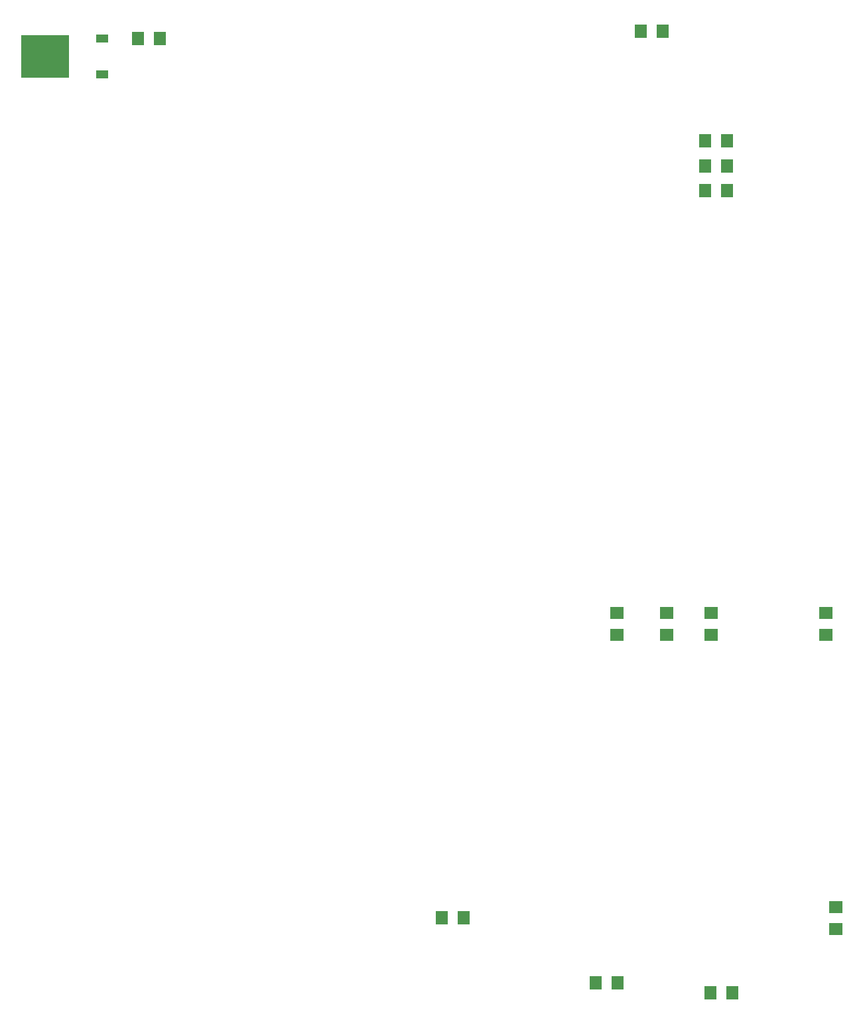
<source format=gbr>
G04 EAGLE Gerber RS-274X export*
G75*
%MOMM*%
%FSLAX34Y34*%
%LPD*%
%INSolderpaste Bottom*%
%IPPOS*%
%AMOC8*
5,1,8,0,0,1.08239X$1,22.5*%
G01*
%ADD10R,1.800000X1.600000*%
%ADD11R,1.600000X1.800000*%
%ADD12R,6.200000X5.400000*%
%ADD13R,1.600000X1.000000*%


D10*
X1111250Y506700D03*
X1111250Y534700D03*
X1174750Y506700D03*
X1174750Y534700D03*
X1231900Y506700D03*
X1231900Y534700D03*
X1377950Y506700D03*
X1377950Y534700D03*
D11*
X1112550Y63500D03*
X1084550Y63500D03*
D10*
X1390650Y132050D03*
X1390650Y160050D03*
D11*
X887700Y146050D03*
X915700Y146050D03*
X1230600Y50800D03*
X1258600Y50800D03*
X1141700Y1276350D03*
X1169700Y1276350D03*
X1224250Y1104900D03*
X1252250Y1104900D03*
X1224250Y1136650D03*
X1252250Y1136650D03*
X1224250Y1073150D03*
X1252250Y1073150D03*
D12*
X381400Y1244600D03*
D13*
X454400Y1267400D03*
X454400Y1221800D03*
D11*
X500350Y1267460D03*
X528350Y1267460D03*
M02*

</source>
